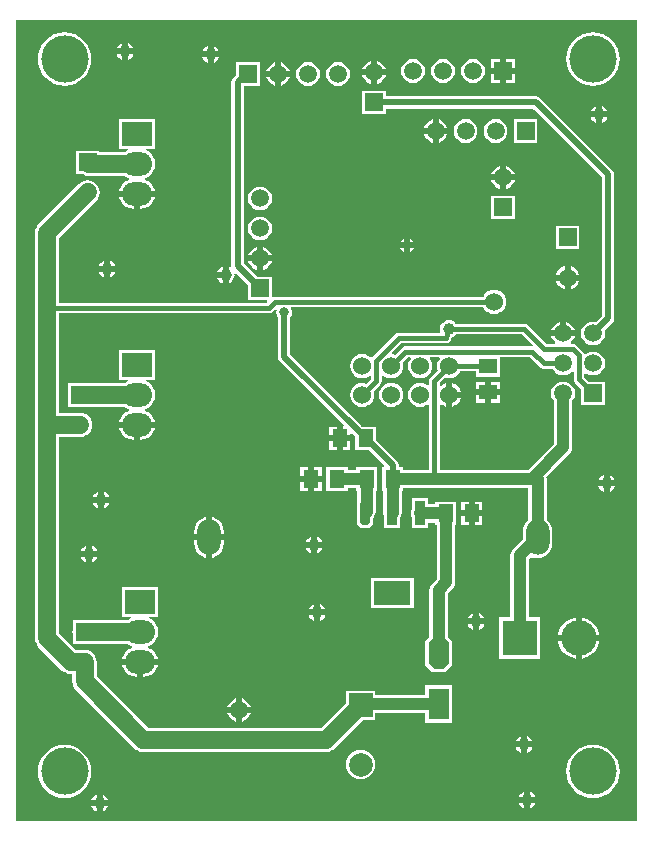
<source format=gbl>
%FSTAX24Y24*%
%MOIN*%
%SFA1B1*%

%IPPOS*%
%AMD36*
4,1,8,0.008200,0.040000,-0.008200,0.040000,-0.016500,0.031700,-0.016500,-0.031700,-0.008200,-0.040000,0.008200,-0.040000,0.016500,-0.031700,0.016500,0.031700,0.008200,0.040000,0.0*
%
%AMD39*
4,1,8,-0.034400,0.034900,-0.034400,-0.034900,-0.017200,-0.052200,0.017200,-0.052200,0.034400,-0.034900,0.034400,0.034900,0.017200,0.052200,-0.017200,0.052200,-0.034400,0.034900,0.0*
%
%ADD10R,0.059055X0.051181*%
%ADD14R,0.051181X0.059055*%
%ADD17C,0.015000*%
%ADD18C,0.020000*%
%ADD19C,0.040000*%
%ADD20C,0.039370*%
%ADD21R,0.059055X0.059055*%
%ADD22C,0.059055*%
%ADD23C,0.031496*%
%ADD24O,0.100000X0.078740*%
%ADD25R,0.100000X0.078740*%
%ADD26R,0.059055X0.059055*%
%ADD27C,0.060000*%
%ADD28O,0.078740X0.118110*%
%ADD29R,0.078740X0.078740*%
%ADD30C,0.078740*%
%ADD31C,0.118110*%
%ADD32R,0.118110X0.118110*%
%ADD33C,0.157480*%
%ADD34C,0.027559*%
%ADD35R,0.122000X0.080000*%
G04~CAMADD=36~4~0.0~0.0~330.0~800.0~0.0~82.5~0~0.0~0.0~0.0~0.0~0~0.0~0.0~0.0~0.0~0~0.0~0.0~0.0~0.0~330.0~800.0*
%ADD36D36*%
%ADD37R,0.033000X0.080000*%
%ADD38R,0.068898X0.104330*%
G04~CAMADD=39~4~0.0~0.0~1043.3~689.0~0.0~172.2~0~0.0~0.0~0.0~0.0~0~0.0~0.0~0.0~0.0~0~0.0~0.0~0.0~90.0~688.0~1044.0*
%ADD39D39*%
%ADD40C,0.060000*%
%LNpcb-1*%
%LPD*%
G36*
X0419Y01805D02*
X0212D01*
Y04475*
X0419*
Y01805*
G37*
%LNpcb-2*%
%LPC*%
G36*
X02495Y043979D02*
Y0438D01*
X025129*
X025109Y043849*
X025061Y043911*
X024999Y043959*
X02495Y043979*
G37*
G36*
X02475D02*
X0247Y043959D01*
X024638Y043911*
X02459Y043849*
X02457Y0438*
X02475*
Y043979*
G37*
G36*
X0278Y043879D02*
Y0437D01*
X027979*
X027959Y043749*
X027911Y043811*
X027849Y043859*
X0278Y043879*
G37*
G36*
X0276D02*
X02755Y043859D01*
X027488Y043811*
X02744Y043749*
X02742Y0437*
X0276*
Y043879*
G37*
G36*
X025129Y0436D02*
X02495D01*
Y04342*
X024999Y04344*
X025061Y043488*
X025109Y04355*
X025129Y0436*
G37*
G36*
X02475D02*
X02457D01*
X02459Y04355*
X024638Y043488*
X0247Y04344*
X02475Y04342*
Y0436*
G37*
G36*
X027979Y0435D02*
X0278D01*
Y04332*
X027849Y04334*
X027911Y043388*
X027959Y04345*
X027979Y0435*
G37*
G36*
X0276D02*
X02742D01*
X02744Y04345*
X027488Y043388*
X02755Y04334*
X0276Y04332*
Y0435*
G37*
G36*
X037845Y043445D02*
X03755D01*
Y04315*
X037845*
Y043445*
G37*
G36*
X03735D02*
X037054D01*
Y04315*
X03735*
Y043445*
G37*
G36*
X03325Y043385D02*
Y0431D01*
X033535*
X033535Y043103*
X033495Y043199*
X033431Y043281*
X033349Y043345*
X033253Y043385*
X03325Y043385*
G37*
G36*
X03305D02*
X033046Y043385D01*
X03295Y043345*
X032868Y043281*
X032804Y043199*
X032764Y043103*
X032764Y0431*
X03305*
Y043385*
G37*
G36*
X03005Y043335D02*
Y04305D01*
X030335*
X030335Y043053*
X030295Y043149*
X030231Y043231*
X030149Y043295*
X030053Y043335*
X03005Y043335*
G37*
G36*
X02985D02*
X029846Y043335D01*
X02975Y043295*
X029668Y043231*
X029604Y043149*
X029564Y043053*
X029564Y04305*
X02985*
Y043335*
G37*
G36*
X037845Y04295D02*
X03755D01*
Y042654*
X037845*
Y04295*
G37*
G36*
X03735D02*
X037054D01*
Y042654*
X03735*
Y04295*
G37*
G36*
X03645Y043448D02*
X036346Y043435D01*
X03625Y043395*
X036168Y043331*
X036104Y043249*
X036064Y043153*
X036051Y04305*
X036064Y042946*
X036104Y04285*
X036168Y042768*
X03625Y042704*
X036346Y042664*
X03645Y042651*
X036553Y042664*
X036649Y042704*
X036731Y042768*
X036795Y04285*
X036835Y042946*
X036848Y04305*
X036835Y043153*
X036795Y043249*
X036731Y043331*
X036649Y043395*
X036553Y043435*
X03645Y043448*
G37*
G36*
X03545D02*
X035346Y043435D01*
X03525Y043395*
X035168Y043331*
X035104Y043249*
X035064Y043153*
X035051Y04305*
X035064Y042946*
X035104Y04285*
X035168Y042768*
X03525Y042704*
X035346Y042664*
X03545Y042651*
X035553Y042664*
X035649Y042704*
X035731Y042768*
X035795Y04285*
X035835Y042946*
X035848Y04305*
X035835Y043153*
X035795Y043249*
X035731Y043331*
X035649Y043395*
X035553Y043435*
X03545Y043448*
G37*
G36*
X03445D02*
X034346Y043435D01*
X03425Y043395*
X034168Y043331*
X034104Y043249*
X034064Y043153*
X034051Y04305*
X034064Y042946*
X034104Y04285*
X034168Y042768*
X03425Y042704*
X034346Y042664*
X03445Y042651*
X034553Y042664*
X034649Y042704*
X034731Y042768*
X034795Y04285*
X034835Y042946*
X034848Y04305*
X034835Y043153*
X034795Y043249*
X034731Y043331*
X034649Y043395*
X034553Y043435*
X03445Y043448*
G37*
G36*
X033535Y0429D02*
X03325D01*
Y042614*
X033253Y042614*
X033349Y042654*
X033431Y042718*
X033495Y0428*
X033535Y042896*
X033535Y0429*
G37*
G36*
X03305D02*
X032764D01*
X032764Y042896*
X032804Y0428*
X032868Y042718*
X03295Y042654*
X033046Y042614*
X03305Y042614*
Y0429*
G37*
G36*
X030335Y04285D02*
X03005D01*
Y042564*
X030053Y042564*
X030149Y042604*
X030231Y042668*
X030295Y04275*
X030335Y042846*
X030335Y04285*
G37*
G36*
X02985D02*
X029564D01*
X029564Y042846*
X029604Y04275*
X029668Y042668*
X02975Y042604*
X029846Y042564*
X02985Y042564*
Y04285*
G37*
G36*
X04045Y044341D02*
X040276Y044324D01*
X040108Y044273*
X039954Y044191*
X039819Y04408*
X039708Y043945*
X039626Y043791*
X039575Y043623*
X039558Y04345*
X039575Y043276*
X039626Y043108*
X039708Y042954*
X039819Y042819*
X039954Y042708*
X040108Y042626*
X040276Y042575*
X04045Y042558*
X040623Y042575*
X040791Y042626*
X040945Y042708*
X04108Y042819*
X041191Y042954*
X041273Y043108*
X041324Y043276*
X041341Y04345*
X041324Y043623*
X041273Y043791*
X041191Y043945*
X04108Y04408*
X040945Y044191*
X040791Y044273*
X040623Y044324*
X04045Y044341*
G37*
G36*
X022834D02*
X02266Y044324D01*
X022493Y044273*
X022339Y044191*
X022204Y04408*
X022093Y043945*
X02201Y043791*
X02196Y043623*
X021942Y04345*
X02196Y043276*
X02201Y043108*
X022093Y042954*
X022204Y042819*
X022339Y042708*
X022493Y042626*
X02266Y042575*
X022834Y042558*
X023008Y042575*
X023175Y042626*
X02333Y042708*
X023465Y042819*
X023576Y042954*
X023658Y043108*
X023709Y043276*
X023726Y04345*
X023709Y043623*
X023658Y043791*
X023576Y043945*
X023465Y04408*
X02333Y044191*
X023175Y044273*
X023008Y044324*
X022834Y044341*
G37*
G36*
X03195Y043348D02*
X031846Y043335D01*
X03175Y043295*
X031668Y043231*
X031604Y043149*
X031564Y043053*
X031551Y04295*
X031564Y042846*
X031604Y04275*
X031668Y042668*
X03175Y042604*
X031846Y042564*
X03195Y042551*
X032053Y042564*
X032149Y042604*
X032231Y042668*
X032295Y04275*
X032335Y042846*
X032348Y04295*
X032335Y043053*
X032295Y043149*
X032231Y043231*
X032149Y043295*
X032053Y043335*
X03195Y043348*
G37*
G36*
X03095D02*
X030846Y043335D01*
X03075Y043295*
X030668Y043231*
X030604Y043149*
X030564Y043053*
X030551Y04295*
X030564Y042846*
X030604Y04275*
X030668Y042668*
X03075Y042604*
X030846Y042564*
X03095Y042551*
X031053Y042564*
X031149Y042604*
X031231Y042668*
X031295Y04275*
X031335Y042846*
X031348Y04295*
X031335Y043053*
X031295Y043149*
X031231Y043231*
X031149Y043295*
X031053Y043335*
X03095Y043348*
G37*
G36*
X04075Y041879D02*
Y0417D01*
X040929*
X040909Y041749*
X040861Y041811*
X040799Y041859*
X04075Y041879*
G37*
G36*
X04055D02*
X0405Y041859D01*
X040438Y041811*
X04039Y041749*
X04037Y0417*
X04055*
Y041879*
G37*
G36*
X040929Y0415D02*
X04075D01*
Y04132*
X040799Y04134*
X040861Y041388*
X040909Y04145*
X040929Y0415*
G37*
G36*
X04055D02*
X04037D01*
X04039Y04145*
X040438Y041388*
X0405Y04134*
X04055Y04132*
Y0415*
G37*
G36*
X0353Y041435D02*
Y04115D01*
X035585*
X035585Y041153*
X035545Y041249*
X035481Y041331*
X035399Y041395*
X035303Y041435*
X0353Y041435*
G37*
G36*
X0351D02*
X035096Y041435D01*
X035Y041395*
X034918Y041331*
X034854Y041249*
X034814Y041153*
X034814Y04115*
X0351*
Y041435*
G37*
G36*
X035585Y04095D02*
X0353D01*
Y040664*
X035303Y040664*
X035399Y040704*
X035481Y040768*
X035545Y04085*
X035585Y040946*
X035585Y04095*
G37*
G36*
X0351D02*
X034814D01*
X034814Y040946*
X034854Y04085*
X034918Y040768*
X035Y040704*
X035096Y040664*
X0351Y040664*
Y04095*
G37*
G36*
X038595Y041445D02*
X037804D01*
Y040654*
X038595*
Y041445*
G37*
G36*
X0372Y041448D02*
X037096Y041435D01*
X037Y041395*
X036918Y041331*
X036854Y041249*
X036814Y041153*
X036801Y04105*
X036814Y040946*
X036854Y04085*
X036918Y040768*
X037Y040704*
X037096Y040664*
X0372Y040651*
X037303Y040664*
X037399Y040704*
X037481Y040768*
X037545Y04085*
X037585Y040946*
X037598Y04105*
X037585Y041153*
X037545Y041249*
X037481Y041331*
X037399Y041395*
X037303Y041435*
X0372Y041448*
G37*
G36*
X0362D02*
X036096Y041435D01*
X036Y041395*
X035918Y041331*
X035854Y041249*
X035814Y041153*
X035801Y04105*
X035814Y040946*
X035854Y04085*
X035918Y040768*
X036Y040704*
X036096Y040664*
X0362Y040651*
X036303Y040664*
X036399Y040704*
X036481Y040768*
X036545Y04085*
X036585Y040946*
X036598Y04105*
X036585Y041153*
X036545Y041249*
X036481Y041331*
X036399Y041395*
X036303Y041435*
X0362Y041448*
G37*
G36*
X02585Y041443D02*
X02465D01*
Y040456*
X024945*
X024955Y040406*
X024894Y040381*
X024858Y040353*
X023995*
Y040395*
X023204*
Y039604*
X023442*
X023448Y0396*
X023545Y03956*
X02365Y039546*
X024858*
X024894Y039518*
X024995Y039477*
Y039422*
X024894Y039381*
X024791Y039302*
X024712Y039198*
X024662Y039078*
X024658Y03905*
X02525*
X025841*
X025837Y039078*
X025787Y039198*
X025708Y039302*
X025605Y039381*
X025504Y039422*
Y039477*
X025605Y039518*
X025708Y039597*
X025787Y039701*
X025837Y039821*
X025854Y03995*
X025837Y040078*
X025787Y040198*
X025708Y040302*
X025605Y040381*
X025544Y040406*
X025554Y040456*
X02585*
Y041443*
G37*
G36*
X03755Y039885D02*
Y0396D01*
X037835*
X037835Y039603*
X037795Y039699*
X037731Y039781*
X037649Y039845*
X037553Y039885*
X03755Y039885*
G37*
G36*
X03735D02*
X037346Y039885D01*
X03725Y039845*
X037168Y039781*
X037104Y039699*
X037064Y039603*
X037064Y0396*
X03735*
Y039885*
G37*
G36*
X037835Y0394D02*
X03755D01*
Y039114*
X037553Y039114*
X037649Y039154*
X037731Y039218*
X037795Y0393*
X037835Y039396*
X037835Y0394*
G37*
G36*
X03735D02*
X037064D01*
X037064Y039396*
X037104Y0393*
X037168Y039218*
X03725Y039154*
X037346Y039114*
X03735Y039114*
Y0394*
G37*
G36*
X025841Y03885D02*
X02535D01*
Y038452*
X025356*
X025485Y038469*
X025605Y038518*
X025708Y038597*
X025787Y038701*
X025837Y038821*
X025841Y03885*
G37*
G36*
X02515D02*
X024658D01*
X024662Y038821*
X024712Y038701*
X024791Y038597*
X024894Y038518*
X025014Y038469*
X025143Y038452*
X02515*
Y03885*
G37*
G36*
X02935Y039198D02*
X029246Y039185D01*
X02915Y039145*
X029068Y039081*
X029004Y038999*
X028964Y038903*
X028951Y0388*
X028964Y038696*
X029004Y0386*
X029068Y038518*
X02915Y038454*
X029246Y038414*
X02935Y038401*
X029453Y038414*
X029549Y038454*
X029631Y038518*
X029695Y0386*
X029735Y038696*
X029748Y0388*
X029735Y038903*
X029695Y038999*
X029631Y039081*
X029549Y039145*
X029453Y039185*
X02935Y039198*
G37*
G36*
X037845Y038895D02*
X037054D01*
Y038104*
X037845*
Y038895*
G37*
G36*
X02935Y038198D02*
X029246Y038185D01*
X02915Y038145*
X029068Y038081*
X029004Y037999*
X028964Y037903*
X028951Y0378*
X028964Y037696*
X029004Y0376*
X029068Y037518*
X02915Y037454*
X029246Y037414*
X02935Y037401*
X029453Y037414*
X029549Y037454*
X029631Y037518*
X029695Y0376*
X029735Y037696*
X029748Y0378*
X029735Y037903*
X029695Y037999*
X029631Y038081*
X029549Y038145*
X029453Y038185*
X02935Y038198*
G37*
G36*
X03435Y037469D02*
Y03735D01*
X034469*
X034421Y037421*
X03435Y037469*
G37*
G36*
X03415D02*
X034078Y037421D01*
X03403Y03735*
X03415*
Y037469*
G37*
G36*
X039995Y037895D02*
X039204D01*
Y037104*
X039995*
Y037895*
G37*
G36*
X034469Y03715D02*
X03435D01*
Y03703*
X034421Y037078*
X034469Y03715*
G37*
G36*
X03415D02*
X03403D01*
X034078Y037078*
X03415Y03703*
Y03715*
G37*
G36*
X02945Y037185D02*
Y0369D01*
X029735*
X029735Y036903*
X029695Y036999*
X029631Y037081*
X029549Y037145*
X029453Y037185*
X02945Y037185*
G37*
G36*
X02925D02*
X029246Y037185D01*
X02915Y037145*
X029068Y037081*
X029004Y036999*
X028964Y036903*
X028964Y0369*
X02925*
Y037185*
G37*
G36*
X02435Y036729D02*
Y03655D01*
X024529*
X024509Y036599*
X024461Y036661*
X024399Y036709*
X02435Y036729*
G37*
G36*
X02415D02*
X0241Y036709D01*
X024038Y036661*
X02399Y036599*
X02397Y03655*
X02415*
Y036729*
G37*
G36*
X029345Y043345D02*
X028554D01*
Y042913*
X028455Y042814*
X028411Y042748*
X028396Y04267*
Y03655*
X028399Y036534*
X028353Y036506*
X028349Y036509*
X0283Y036529*
Y03625*
Y03597*
X028349Y03599*
X028411Y036038*
X028459Y0361*
X028489Y036172*
X028499Y03625*
X028493Y036297*
X02854Y036321*
X028954Y035906*
Y035404*
X029574*
X029594Y035357*
X02957Y035328*
X022653*
Y037482*
X023885Y038714*
X023949Y038798*
X023989Y038895*
X024003Y039*
X023989Y039104*
X023949Y039201*
X023885Y039285*
X023801Y039349*
X023704Y039389*
X0236Y039403*
X023495Y039389*
X023398Y039349*
X023314Y039285*
X021964Y037935*
X0219Y037851*
X02186Y037754*
X021846Y03765*
Y02415*
X02186Y024045*
X0219Y023948*
X021964Y023864*
X022764Y023064*
X022848Y023*
X022945Y02296*
X02305Y022946*
X023096Y022941*
Y0227*
X02311Y022595*
X02315Y022498*
X023214Y022414*
X025164Y020464*
X025248Y0204*
X025345Y02036*
X02545Y020346*
X03155*
X031654Y02036*
X031751Y0204*
X031835Y020464*
X032776Y021406*
X033193*
Y021647*
X034855*
Y021328*
X035744*
Y022038*
X035752Y0221*
X035744Y022161*
Y022571*
X034855*
Y022252*
X033193*
Y022393*
X032206*
Y021976*
X031382Y021153*
X025617*
X023903Y022867*
Y02335*
X023889Y023454*
X023849Y023551*
X023785Y023635*
X023701Y023699*
X023604Y023739*
X0235Y023753*
X023217*
X022653Y024317*
Y030846*
X02335*
X023454Y03086*
X023551Y0309*
X023635Y030964*
X023699Y031048*
X023739Y031145*
X023753Y03125*
X023739Y031354*
X023699Y031451*
X023635Y031535*
X023551Y031599*
X023454Y031639*
X02335Y031653*
X022653*
Y034971*
X02965*
X029718Y034985*
X029776Y035023*
X029863Y03511*
X029905Y035082*
X029899Y035067*
X02989Y035*
X029899Y034932*
X029925Y03487*
X029946Y034842*
Y033516*
X029961Y033438*
X030005Y033371*
X032136Y031241*
X032117Y031195*
X0321*
Y0309*
X032355*
Y030956*
X032402Y030975*
X03251Y030867*
Y030404*
X032973*
X033486Y029891*
X033467Y029845*
X03341*
Y029054*
X033463*
Y028306*
X033473Y028227*
X033495Y028176*
Y0278*
X034025*
Y02815*
X034028Y028154*
X034058Y028227*
X034068Y028306*
Y029054*
X034122*
Y029147*
X038297*
Y028086*
X038247Y028048*
X038168Y027945*
X038119Y027825*
X038102Y027696*
Y027429*
X037786Y027113*
X037737Y027051*
X037707Y026978*
X037697Y0269*
Y02484*
X037309*
Y023459*
X03869*
Y02484*
X038302*
Y026774*
X038385Y026857*
X038471Y026822*
X0386Y026805*
X038728Y026822*
X038848Y026871*
X038952Y026951*
X039031Y027054*
X03908Y027174*
X039097Y027303*
Y027696*
X03908Y027825*
X039031Y027945*
X038952Y028048*
X038902Y028086*
Y02945*
X038893Y029515*
X039663Y030286*
X039712Y030348*
X039742Y030421*
X039752Y0305*
Y032045*
X039795Y0321*
X039835Y032196*
X039848Y0323*
X039835Y032403*
X039795Y032499*
X039731Y032581*
X039649Y032645*
X039553Y032685*
X03945Y032698*
X039346Y032685*
X03925Y032645*
X039168Y032581*
X039104Y032499*
X039064Y032403*
X039051Y0323*
X039064Y032196*
X039104Y0321*
X039147Y032045*
Y030625*
X038274Y029752*
X035338*
Y031921*
X035388Y031946*
X035448Y0319*
X035545Y03186*
X03555Y031859*
Y03225*
Y03264*
X035545Y032639*
X035448Y032599*
X035388Y032553*
X035338Y032578*
Y032651*
X035522Y032834*
X035545Y032824*
X03565Y032811*
X035754Y032824*
X035851Y032865*
X035935Y032929*
X035999Y033012*
X036009Y033036*
X036554*
Y032844*
X037345*
Y033511*
X038336*
X038673Y033173*
X038731Y033135*
X0388Y033121*
X039096*
X039104Y0331*
X039168Y033018*
X03925Y032954*
X039346Y032914*
X03945Y032901*
X039553Y032914*
X039649Y032954*
X039731Y033018*
X039751Y033043*
X039801Y033026*
Y03277*
X039814Y032702*
X039853Y032644*
X040054Y032442*
Y031904*
X040845*
Y032695*
X040307*
X040158Y032844*
Y032962*
X040208Y032987*
X04025Y032954*
X040346Y032914*
X04045Y032901*
X040553Y032914*
X040649Y032954*
X040731Y033018*
X040795Y0331*
X040835Y033196*
X040848Y0333*
X040835Y033403*
X040795Y033499*
X040731Y033581*
X040649Y033645*
X040553Y033685*
X04045Y033698*
X040346Y033685*
X04025Y033645*
X040201Y033607*
X040146Y033628*
X040144Y033638*
X040105Y033696*
X039905Y033896*
X039847Y033935*
X039779Y033948*
X039723*
X039706Y033998*
X039731Y034018*
X039795Y0341*
X039835Y034196*
X039835Y0342*
X03945*
X039064*
X039064Y034196*
X039104Y0341*
X039168Y034018*
X039193Y033998*
X039176Y033948*
X038903*
X038276Y034576*
X038218Y034614*
X03815Y034628*
X035887*
X035861Y034661*
X035799Y034709*
X035727Y034739*
X03565Y034749*
X035572Y034739*
X0355Y034709*
X035438Y034661*
X03539Y034599*
X03536Y034527*
X03535Y03445*
X03536Y034378*
X035355Y03436*
X035334Y034328*
X033984*
X033984*
X033916Y034314*
X033858Y034276*
X033105Y033522*
X03309Y033501*
X033074Y0335*
X033033Y033505*
X032958Y033563*
X03286Y033604*
X032756Y033618*
X032651Y033604*
X032554Y033563*
X032471Y033499*
X032406Y033416*
X032366Y033318*
X032352Y033214*
X032366Y03311*
X032406Y033012*
X032471Y032929*
X032554Y032865*
X032651Y032824*
X032756Y032811*
X03286Y032824*
X032958Y032865*
X033002Y032899*
X033052Y032874*
Y032798*
X032884Y03263*
X03286Y032639*
X032756Y032653*
X032651Y032639*
X032554Y032599*
X032471Y032535*
X032406Y032451*
X032366Y032354*
X032352Y03225*
X032366Y032145*
X032406Y032048*
X032471Y031964*
X032554Y0319*
X032651Y03186*
X032756Y031846*
X03286Y03186*
X032958Y0319*
X033041Y031964*
X033105Y032048*
X033145Y032145*
X033159Y03225*
X033145Y032354*
X033136Y032377*
X033357Y032598*
X033396Y032656*
X033409Y032725*
Y032886*
X033459Y03291*
X033519Y032865*
X033616Y032824*
X03372Y032811*
X033825Y032824*
X033922Y032865*
X034006Y032929*
X03407Y033012*
X03411Y03311*
X034124Y033214*
X03411Y033318*
X0341Y033342*
X034269Y033511*
X034345*
X03437Y033461*
X034336Y033416*
X034295Y033318*
X034281Y033214*
X034295Y03311*
X034336Y033012*
X0344Y032929*
X034483Y032865*
X034581Y032824*
X034685Y032811*
X034789Y032824*
X034887Y032865*
X03497Y032929*
X035034Y033012*
X035075Y03311*
X035088Y033214*
X035075Y033318*
X035034Y033416*
X035Y033461*
X035025Y033511*
X03531*
X035335Y033461*
X0353Y033416*
X03526Y033318*
X035246Y033214*
X03526Y03311*
X035269Y033086*
X035034Y032851*
X034995Y032793*
X034982Y032725*
Y032589*
X034932Y032565*
X034887Y032599*
X034789Y032639*
X034685Y032653*
X034581Y032639*
X034483Y032599*
X0344Y032535*
X034336Y032451*
X034295Y032354*
X034281Y03225*
X034295Y032145*
X034336Y032048*
X0344Y031964*
X034483Y0319*
X034581Y03186*
X034685Y031846*
X034789Y03186*
X034887Y0319*
X034932Y031935*
X034982Y03191*
Y029752*
X034122*
Y029845*
X03397*
Y0299*
X033954Y029978*
X03391Y030044*
X033222Y030732*
Y031195*
X032759*
X030353Y0336*
Y034842*
X030374Y03487*
X0304Y034932*
X030409Y035*
X0304Y035067*
X030378Y035121*
X030398Y035171*
X03679*
X0368Y035148*
X036864Y035064*
X036948Y035*
X037045Y03496*
X03715Y034946*
X037254Y03496*
X037351Y035*
X037435Y035064*
X037499Y035148*
X037539Y035245*
X037553Y03535*
X037539Y035454*
X037499Y035551*
X037435Y035635*
X037351Y035699*
X037254Y035739*
X03715Y035753*
X037045Y035739*
X036948Y035699*
X036864Y035635*
X0368Y035551*
X03679Y035528*
X02985*
X029795Y035517*
X029756Y035539*
X029745Y03555*
Y036195*
X029243*
X028803Y036634*
Y042554*
X029345*
Y043345*
G37*
G36*
X029735Y0367D02*
X02945D01*
Y036414*
X029453Y036414*
X029549Y036454*
X029631Y036518*
X029695Y0366*
X029735Y036696*
X029735Y0367*
G37*
G36*
X02925D02*
X028964D01*
X028964Y036696*
X029004Y0366*
X029068Y036518*
X02915Y036454*
X029246Y036414*
X02925Y036414*
Y0367*
G37*
G36*
X0281Y036529D02*
X02805Y036509D01*
X027988Y036461*
X02794Y036399*
X02792Y03635*
X0281*
Y036529*
G37*
G36*
X0397Y036546D02*
Y036261D01*
X039985*
X039985Y036264*
X039945Y03636*
X039881Y036443*
X039799Y036506*
X039703Y036546*
X0397Y036546*
G37*
G36*
X0395D02*
X039496Y036546D01*
X0394Y036506*
X039318Y036443*
X039254Y03636*
X039214Y036264*
X039214Y036261*
X0395*
Y036546*
G37*
G36*
X024529Y03635D02*
X02435D01*
Y03617*
X024399Y03619*
X024461Y036238*
X024509Y0363*
X024529Y03635*
G37*
G36*
X02415D02*
X02397D01*
X02399Y0363*
X024038Y036238*
X0241Y03619*
X02415Y03617*
Y03635*
G37*
G36*
X0281Y03615D02*
X02792D01*
X02794Y0361*
X027988Y036038*
X02805Y03599*
X0281Y03597*
Y03615*
G37*
G36*
X039985Y036061D02*
X0397D01*
Y035775*
X039703Y035776*
X039799Y035816*
X039881Y035879*
X039945Y035962*
X039985Y036058*
X039985Y036061*
G37*
G36*
X0395D02*
X039214D01*
X039214Y036058*
X039254Y035962*
X039318Y035879*
X0394Y035816*
X039496Y035776*
X0395Y035775*
Y036061*
G37*
G36*
X033545Y042395D02*
X032754D01*
Y041604*
X033545*
Y041796*
X038465*
X040746Y039515*
Y034884*
X040547Y034685*
X04045Y034698*
X040346Y034685*
X04025Y034645*
X040168Y034581*
X040104Y034499*
X040064Y034403*
X040051Y0343*
X040064Y034196*
X040104Y0341*
X040168Y034018*
X04025Y033954*
X040346Y033914*
X04045Y033901*
X040553Y033914*
X040649Y033954*
X040731Y034018*
X040795Y0341*
X040835Y034196*
X040848Y0343*
X040835Y034397*
X041094Y034655*
X041138Y034721*
X041153Y0348*
Y0396*
X041138Y039678*
X041094Y039744*
X038694Y042144*
X038628Y042188*
X03855Y042203*
X033545*
Y042395*
G37*
G36*
X03955Y034685D02*
Y0344D01*
X039835*
X039835Y034403*
X039795Y034499*
X039731Y034581*
X039649Y034645*
X039553Y034685*
X03955Y034685*
G37*
G36*
X03935D02*
X039346Y034685D01*
X03925Y034645*
X039168Y034581*
X039104Y034499*
X039064Y034403*
X039064Y0344*
X03935*
Y034685*
G37*
G36*
X037345Y032689D02*
X03705D01*
Y032433*
X037345*
Y032689*
G37*
G36*
X03685D02*
X036554D01*
Y032433*
X03685*
Y032689*
G37*
G36*
X03575Y03264D02*
Y03235D01*
X03604*
X036039Y032354*
X035999Y032451*
X035935Y032535*
X035851Y032599*
X035754Y032639*
X03575Y03264*
G37*
G36*
X037345Y032233D02*
X03705D01*
Y031977*
X037345*
Y032233*
G37*
G36*
X03685D02*
X036554D01*
Y031977*
X03685*
Y032233*
G37*
G36*
X03604Y03215D02*
X03575D01*
Y031859*
X035754Y03186*
X035851Y0319*
X035935Y031964*
X035999Y032048*
X036039Y032145*
X03604Y03215*
G37*
G36*
X03372Y032653D02*
X033616Y032639D01*
X033519Y032599*
X033435Y032535*
X033371Y032451*
X033331Y032354*
X033317Y03225*
X033331Y032145*
X033371Y032048*
X033435Y031964*
X033519Y0319*
X033616Y03186*
X03372Y031846*
X033825Y03186*
X033922Y0319*
X034006Y031964*
X03407Y032048*
X03411Y032145*
X034124Y03225*
X03411Y032354*
X03407Y032451*
X034006Y032535*
X033922Y032599*
X033825Y032639*
X03372Y032653*
G37*
G36*
X02585Y033743D02*
X02465D01*
Y032756*
X024945*
X024955Y032706*
X024894Y032681*
X024858Y032653*
X02335*
X023287Y032645*
X022954*
Y032312*
X022946Y03225*
X022954Y032187*
Y031854*
X023287*
X02335Y031846*
X024858*
X024894Y031818*
X024995Y031777*
Y031722*
X024894Y031681*
X024791Y031602*
X024712Y031498*
X024662Y031378*
X024658Y03135*
X02525*
X025841*
X025837Y031378*
X025787Y031498*
X025708Y031602*
X025605Y031681*
X025504Y031722*
Y031777*
X025605Y031818*
X025708Y031897*
X025787Y032001*
X025837Y032121*
X025854Y03225*
X025837Y032378*
X025787Y032498*
X025708Y032602*
X025605Y032681*
X025544Y032706*
X025554Y032756*
X02585*
Y033743*
G37*
G36*
X0319Y031195D02*
X031644D01*
Y0309*
X0319*
Y031195*
G37*
G36*
X025841Y03115D02*
X02535D01*
Y030752*
X025356*
X025485Y030769*
X025605Y030818*
X025708Y030897*
X025787Y031001*
X025837Y031121*
X025841Y03115*
G37*
G36*
X02515D02*
X024658D01*
X024662Y031121*
X024712Y031001*
X024791Y030897*
X024894Y030818*
X025014Y030769*
X025143Y030752*
X02515*
Y03115*
G37*
G36*
X032355Y0307D02*
X0321D01*
Y030404*
X032355*
Y0307*
G37*
G36*
X0319D02*
X031644D01*
Y030404*
X0319*
Y0307*
G37*
G36*
X033255Y029845D02*
X032544D01*
Y029752*
X032272*
Y029845*
X03156*
Y029054*
X032272*
Y029147*
X032544*
Y029054*
X032597*
Y028679*
X032585Y028667*
Y027932*
X032717Y0278*
X032982*
X033115Y027932*
Y028137*
X033162Y028198*
X033192Y028271*
X033202Y02835*
Y029054*
X033255*
Y029845*
G37*
G36*
X031405D02*
X03115D01*
Y02955*
X031405*
Y029845*
G37*
G36*
X03095D02*
X030694D01*
Y02955*
X03095*
Y029845*
G37*
G36*
X041Y029579D02*
Y0294D01*
X041179*
X041159Y029449*
X041111Y029511*
X041049Y029559*
X041Y029579*
G37*
G36*
X0408D02*
X04075Y029559D01*
X040688Y029511*
X04064Y029449*
X04062Y0294*
X0408*
Y029579*
G37*
G36*
X031405Y02935D02*
X03115D01*
Y029054*
X031405*
Y02935*
G37*
G36*
X03095D02*
X030694D01*
Y029054*
X03095*
Y02935*
G37*
G36*
X041179Y0292D02*
X041D01*
Y02902*
X041049Y02904*
X041111Y029088*
X041159Y02915*
X041179Y0292*
G37*
G36*
X0408D02*
X04062D01*
X04064Y02915*
X040688Y029088*
X04075Y02904*
X0408Y02902*
Y0292*
G37*
G36*
X02415Y029029D02*
Y02885D01*
X024329*
X024309Y028899*
X024261Y028961*
X024199Y029009*
X02415Y029029*
G37*
G36*
X02395D02*
X0239Y029009D01*
X023838Y028961*
X02379Y028899*
X02377Y02885*
X02395*
Y029029*
G37*
G36*
X024329Y02865D02*
X02415D01*
Y02847*
X024199Y02849*
X024261Y028538*
X024309Y0286*
X024329Y02865*
G37*
G36*
X02395D02*
X02377D01*
X02379Y0286*
X023838Y028538*
X0239Y02849*
X02395Y02847*
Y02865*
G37*
G36*
X036755Y028695D02*
X0365D01*
Y0284*
X036755*
Y028695*
G37*
G36*
X0363D02*
X036044D01*
Y0284*
X0363*
Y028695*
G37*
G36*
X036755Y0282D02*
X0365D01*
Y027904*
X036755*
Y0282*
G37*
G36*
X0363D02*
X036044D01*
Y027904*
X0363*
Y0282*
G37*
G36*
X02775Y028181D02*
Y0276D01*
X028147*
Y027696*
X02813Y027825*
X028081Y027945*
X028002Y028048*
X027898Y028128*
X027778Y028177*
X02775Y028181*
G37*
G36*
X02755D02*
X027521Y028177D01*
X027401Y028128*
X027297Y028048*
X027218Y027945*
X027169Y027825*
X027152Y027696*
Y0276*
X02755*
Y028181*
G37*
G36*
X03125Y027529D02*
Y02735D01*
X031429*
X031409Y027399*
X031361Y027461*
X031299Y027509*
X03125Y027529*
G37*
G36*
X03105D02*
X031Y027509D01*
X030938Y027461*
X03089Y027399*
X03087Y02735*
X03105*
Y027529*
G37*
G36*
X02375Y027229D02*
Y02705D01*
X023929*
X023909Y027099*
X023861Y027161*
X023799Y027209*
X02375Y027229*
G37*
G36*
X02355D02*
X0235Y027209D01*
X023438Y027161*
X02339Y027099*
X02337Y02705*
X02355*
Y027229*
G37*
G36*
X031429Y02715D02*
X03125D01*
Y02697*
X031299Y02699*
X031361Y027038*
X031409Y0271*
X031429Y02715*
G37*
G36*
X03105D02*
X03087D01*
X03089Y0271*
X030938Y027038*
X031Y02699*
X03105Y02697*
Y02715*
G37*
G36*
X028147Y0274D02*
X02775D01*
Y026818*
X027778Y026822*
X027898Y026871*
X028002Y026951*
X028081Y027054*
X02813Y027174*
X028147Y027303*
Y0274*
G37*
G36*
X02755D02*
X027152D01*
Y027303*
X027169Y027174*
X027218Y027054*
X027297Y026951*
X027401Y026871*
X027521Y026822*
X02755Y026818*
Y0274*
G37*
G36*
X023929Y02685D02*
X02375D01*
Y02667*
X023799Y02669*
X023861Y026738*
X023909Y0268*
X023929Y02685*
G37*
G36*
X02355D02*
X02337D01*
X02339Y0268*
X023438Y026738*
X0235Y02669*
X02355Y02667*
Y02685*
G37*
G36*
X03447Y026153D02*
X03305D01*
Y025153*
X03447*
Y026153*
G37*
G36*
X03135Y025279D02*
Y0251D01*
X031529*
X031509Y025149*
X031461Y025211*
X031399Y025259*
X03135Y025279*
G37*
G36*
X03115D02*
X0311Y025259D01*
X031038Y025211*
X03099Y025149*
X03097Y0251*
X03115*
Y025279*
G37*
G36*
X03665Y024979D02*
Y0248D01*
X036829*
X036809Y024849*
X036761Y024911*
X036699Y024959*
X03665Y024979*
G37*
G36*
X03645D02*
X0364Y024959D01*
X036338Y024911*
X03629Y024849*
X03627Y0248*
X03645*
Y024979*
G37*
G36*
X031529Y0249D02*
X03135D01*
Y02472*
X031399Y02474*
X031461Y024788*
X031509Y02485*
X031529Y0249*
G37*
G36*
X03115D02*
X03097D01*
X03099Y02485*
X031038Y024788*
X0311Y02474*
X03115Y02472*
Y0249*
G37*
G36*
X036829Y0246D02*
X03665D01*
Y02442*
X036699Y02444*
X036761Y024488*
X036809Y02455*
X036829Y0246*
G37*
G36*
X03645D02*
X03627D01*
X03629Y02455*
X036338Y024488*
X0364Y02444*
X03645Y02442*
Y0246*
G37*
G36*
X040068Y024834D02*
Y02425D01*
X040652*
X040649Y024285*
X040609Y024415*
X040545Y024535*
X040459Y02464*
X040354Y024726*
X040234Y024791*
X040103Y02483*
X040068Y024834*
G37*
G36*
X039868D02*
X039833Y02483D01*
X039702Y024791*
X039582Y024726*
X039477Y02464*
X039391Y024535*
X039327Y024415*
X039287Y024285*
X039284Y02425*
X039868*
Y024834*
G37*
G36*
X040652Y02405D02*
X040068D01*
Y023465*
X040103Y023469*
X040234Y023508*
X040354Y023573*
X040459Y023659*
X040545Y023764*
X040609Y023884*
X040649Y024014*
X040652Y02405*
G37*
G36*
X039868D02*
X039284D01*
X039287Y024014*
X039327Y023884*
X039391Y023764*
X039477Y023659*
X039582Y023573*
X039702Y023508*
X039833Y023469*
X039868Y023465*
Y02405*
G37*
G36*
X02595Y025843D02*
X02475D01*
Y024856*
X025045*
X025055Y024806*
X024994Y024781*
X024958Y024753*
X0235*
X023437Y024745*
X023104*
Y024412*
X023096Y02435*
X023104Y024287*
Y023954*
X023437*
X0235Y023946*
X024958*
X024994Y023918*
X025095Y023877*
Y023822*
X024994Y023781*
X024891Y023702*
X024812Y023598*
X024762Y023478*
X024758Y02345*
X02535*
X025941*
X025937Y023478*
X025887Y023598*
X025808Y023702*
X025705Y023781*
X025604Y023822*
Y023877*
X025705Y023918*
X025808Y023997*
X025887Y024101*
X025937Y024221*
X025954Y02435*
X025937Y024478*
X025887Y024598*
X025808Y024702*
X025705Y024781*
X025644Y024806*
X025654Y024856*
X02595*
Y025843*
G37*
G36*
X034935Y0288D02*
X034405D01*
Y028444*
X034377Y028378*
X034367Y0283*
X034377Y028221*
X034405Y028155*
Y0278*
X034935*
Y027997*
X035177*
Y027904*
X035247*
Y026125*
X035086Y025963*
X035037Y025901*
X035007Y025828*
X034997Y02575*
Y024184*
X034855Y024042*
Y023243*
X035077Y023021*
X035522*
X035744Y023243*
Y024042*
X035602Y024184*
Y025624*
X035763Y025786*
X035812Y025848*
X035842Y025921*
X035852Y026*
Y027904*
X035889*
Y028695*
X035177*
Y028602*
X034935*
Y0288*
G37*
G36*
X025941Y02325D02*
X02545D01*
Y022852*
X025456*
X025585Y022869*
X025705Y022918*
X025808Y022997*
X025887Y023101*
X025937Y023221*
X025941Y02325*
G37*
G36*
X02525D02*
X024758D01*
X024762Y023221*
X024812Y023101*
X024891Y022997*
X024994Y022918*
X025114Y022869*
X025243Y022852*
X02525*
Y02325*
G37*
G36*
X02875Y022135D02*
Y02185D01*
X029035*
X029035Y021853*
X028995Y021949*
X028931Y022031*
X028849Y022095*
X028753Y022135*
X02875Y022135*
G37*
G36*
X02855D02*
X028546Y022135D01*
X02845Y022095*
X028368Y022031*
X028304Y021949*
X028264Y021853*
X028264Y02185*
X02855*
Y022135*
G37*
G36*
X029035Y02165D02*
X02875D01*
Y021364*
X028753Y021364*
X028849Y021404*
X028931Y021468*
X028995Y02155*
X029035Y021646*
X029035Y02165*
G37*
G36*
X02855D02*
X028264D01*
X028264Y021646*
X028304Y02155*
X028368Y021468*
X02845Y021404*
X028546Y021364*
X02855Y021364*
Y02165*
G37*
G36*
X03825Y020879D02*
Y0207D01*
X038429*
X038409Y020749*
X038361Y020811*
X038299Y020859*
X03825Y020879*
G37*
G36*
X03805D02*
X038Y020859D01*
X037938Y020811*
X03789Y020749*
X03787Y0207*
X03805*
Y020879*
G37*
G36*
X038429Y0205D02*
X03825D01*
Y02032*
X038299Y02034*
X038361Y020388*
X038409Y02045*
X038429Y0205*
G37*
G36*
X03805D02*
X03787D01*
X03789Y02045*
X037938Y020388*
X038Y02034*
X03805Y02032*
Y0205*
G37*
G36*
X0327Y020429D02*
X032571Y020412D01*
X032451Y020362*
X032347Y020283*
X032268Y02018*
X032219Y02006*
X032202Y019931*
X032219Y019802*
X032268Y019682*
X032347Y019579*
X032451Y0195*
X032571Y01945*
X0327Y019433*
X032828Y01945*
X032948Y0195*
X033052Y019579*
X033131Y019682*
X03318Y019802*
X033197Y019931*
X03318Y02006*
X033131Y02018*
X033052Y020283*
X032948Y020362*
X032828Y020412*
X0327Y020429*
G37*
G36*
X03835Y019029D02*
Y01885D01*
X038529*
X038509Y018899*
X038461Y018961*
X038399Y019009*
X03835Y019029*
G37*
G36*
X03815D02*
X0381Y019009D01*
X038038Y018961*
X03799Y018899*
X03797Y01885*
X03815*
Y019029*
G37*
G36*
X04045Y020591D02*
X040276Y020574D01*
X040108Y020523*
X039954Y020441*
X039819Y02033*
X039708Y020195*
X039626Y020041*
X039575Y019873*
X039558Y0197*
X039575Y019526*
X039626Y019358*
X039708Y019204*
X039819Y019069*
X039954Y018958*
X040108Y018876*
X040276Y018825*
X04045Y018808*
X040623Y018825*
X040791Y018876*
X040945Y018958*
X04108Y019069*
X041191Y019204*
X041273Y019358*
X041324Y019526*
X041341Y0197*
X041324Y019873*
X041273Y020041*
X041191Y020195*
X04108Y02033*
X040945Y020441*
X040791Y020523*
X040623Y020574*
X04045Y020591*
G37*
G36*
X022834D02*
X02266Y020574D01*
X022493Y020523*
X022339Y020441*
X022204Y02033*
X022093Y020195*
X02201Y020041*
X02196Y019873*
X021942Y0197*
X02196Y019526*
X02201Y019358*
X022093Y019204*
X022204Y019069*
X022339Y018958*
X022493Y018876*
X02266Y018825*
X022834Y018808*
X023008Y018825*
X023175Y018876*
X02333Y018958*
X023465Y019069*
X023576Y019204*
X023658Y019358*
X023709Y019526*
X023726Y0197*
X023709Y019873*
X023658Y020041*
X023576Y020195*
X023465Y02033*
X02333Y020441*
X023175Y020523*
X023008Y020574*
X022834Y020591*
G37*
G36*
X0241Y018929D02*
Y01875D01*
X024279*
X024259Y018799*
X024211Y018861*
X024149Y018909*
X0241Y018929*
G37*
G36*
X0239D02*
X02385Y018909D01*
X023788Y018861*
X02374Y018799*
X02372Y01875*
X0239*
Y018929*
G37*
G36*
X038529Y01865D02*
X03835D01*
Y01847*
X038399Y01849*
X038461Y018538*
X038509Y0186*
X038529Y01865*
G37*
G36*
X03815D02*
X03797D01*
X03799Y0186*
X038038Y018538*
X0381Y01849*
X03815Y01847*
Y01865*
G37*
G36*
X024279Y01855D02*
X0241D01*
Y01837*
X024149Y01839*
X024211Y018438*
X024259Y0185*
X024279Y01855*
G37*
G36*
X0239D02*
X02372D01*
X02374Y0185*
X023788Y018438*
X02385Y01839*
X0239Y01837*
Y01855*
G37*
%LNpcb-3*%
%LPD*%
G36*
X038433Y033914D02*
X038412Y033871D01*
X038408Y033867*
X034195*
X034127Y033854*
X034069Y033815*
X033848Y033594*
X033825Y033604*
X033769Y033611*
X033751Y033664*
X034058Y033971*
X03555*
X035556Y033972*
X035562Y033972*
X03559Y033979*
X035618Y033985*
X035623Y033988*
X035629Y03399*
X035652Y034007*
X035676Y034023*
X035679Y034029*
X035684Y034033*
X035698Y034057*
X035714Y034081*
X035716Y034087*
X035719Y034093*
X035743Y034167*
X035799Y03419*
X035861Y034238*
X035887Y034271*
X038076*
X038433Y033914*
G37*
G54D10*
X03695Y0332D03*
Y032333D03*
G54D14*
X033766Y02945D03*
X0329D03*
X031916D03*
X03105D03*
X0364Y0283D03*
X035533D03*
X032Y0308D03*
X032866D03*
G54D17*
X03372Y033214D02*
X034195Y033689D01*
X039779Y03377D02*
X039979Y03357D01*
Y03277D02*
Y03357D01*
Y03277D02*
X04045Y0323D01*
X033231Y033396D02*
X033984Y03415D01*
X033231Y032725D02*
Y033396D01*
X03565Y033214D02*
X03695D01*
X03376Y0283D02*
X033766Y028306D01*
X032756Y03225D02*
X033231Y032725D01*
X03516D02*
X03565Y033214D01*
X03516Y02945D02*
Y032725D01*
X033984Y03415D02*
X03555D01*
X03565Y03445*
X03815*
X038829Y03377*
X039779*
X034195Y033689D02*
X03841D01*
X0388Y0333*
X03945*
X0222Y03515D02*
X02965D01*
X02985Y03535*
X03715*
G54D18*
X03015Y033516D02*
Y035D01*
Y033516D02*
X032866Y0308D01*
X033766Y02945D02*
Y0299D01*
X032866Y0308D02*
X033766Y0299D01*
X03315Y042D02*
X03855D01*
X0286Y03655D02*
X02935Y0358D01*
X0286Y03655D02*
Y04267D01*
X028879Y04295*
X04045Y0343D02*
X04095Y0348D01*
Y0396*
X03855Y042D02*
X04095Y0396D01*
G54D19*
X03467Y0283D02*
X035533D01*
X033766Y028306D02*
Y02945D01*
X031916D02*
X0329D01*
Y02835D02*
Y02945D01*
X038Y02415D02*
Y0269D01*
X0386Y0275*
X033766Y02945D02*
X03516D01*
X03945Y0305D02*
Y0323D01*
X0386Y0275D02*
Y02945D01*
X0384D02*
X03945Y0305D01*
X03516Y02945D02*
X0384D01*
X0353Y02195D02*
X03545Y0221D01*
X03275Y02195D02*
X0353D01*
X03555Y026D02*
Y028283D01*
X0353Y023642D02*
Y02575D01*
X03555Y026*
G54D20*
X0277Y0436D03*
X0282Y03625D03*
X03115Y02725D03*
X03565Y03445D03*
X03125Y025D03*
X03815Y0206D03*
X0409Y0293D03*
X02405Y02875D03*
X02365Y02695D03*
X024Y01865D03*
X03825Y01875D03*
X02485Y0437D03*
X02425Y03645D03*
X03655Y0247D03*
X04065Y0416D03*
G54D21*
X02865Y02075D03*
X0235Y02435D03*
X02335Y03225D03*
X0236Y04D03*
X0396Y0375D03*
X03745Y0385D03*
X02935Y0358D03*
X03315Y042D03*
X04045Y0323D03*
G54D22*
X02865Y02175D03*
X0235Y02335D03*
X0352Y04105D03*
X0362D03*
X0372D03*
X02335Y03125D03*
X0236Y039D03*
X0396Y036161D03*
X03745Y0395D03*
X03445Y04305D03*
X03545D03*
X03645D03*
X02935Y0368D03*
Y0378D03*
Y0388D03*
X03315Y043D03*
X03945Y0323D03*
X04045Y0343D03*
X03945Y0333D03*
X04045D03*
X03945Y0343D03*
X03195Y04295D03*
X03095D03*
X02995D03*
G54D23*
X03015Y035D03*
G54D24*
X02535Y02335D03*
Y02435D03*
X02525Y03895D03*
Y03995D03*
Y03125D03*
Y03225D03*
G54D25*
X02535Y02535D03*
X02525Y04095D03*
Y03325D03*
G54D26*
X0382Y04105D03*
X03745Y04305D03*
X02895Y04295D03*
G54D27*
X032756Y03225D03*
X03372D03*
X034685D03*
X03565D03*
X032756Y033214D03*
X03372D03*
X034685D03*
X03565D03*
X03715Y03535D03*
G54D28*
X02765Y0275D03*
X0386D03*
G54D29*
X0327Y0219D03*
G54D30*
X0327Y019931D03*
G54D31*
X039968Y02415D03*
G54D32*
X038Y02415D03*
G54D33*
X04045Y04345D03*
Y0197D03*
X022834D03*
Y04345D03*
G54D34*
X03425Y03725D03*
G54D35*
X03376Y025653D03*
G54D36*
X03285Y0283D03*
G54D37*
X03376Y0283D03*
X03467D03*
G54D38*
X0353Y02195D03*
G54D39*
X0353Y023642D03*
G54D40*
X0235Y02435D02*
X02535D01*
X02335Y03225D02*
X02525D01*
X02365Y03995D02*
X02525D01*
X0223Y03125D02*
X02335D01*
X02305Y02335D02*
X0235D01*
Y0227D02*
Y02335D01*
Y0227D02*
X02545Y02075D01*
X02865*
X02225Y02415D02*
Y03765D01*
X0236Y039*
X02225Y02415D02*
X02305Y02335D01*
X02865Y02075D02*
X03155D01*
X03275Y02195*
M02*
</source>
